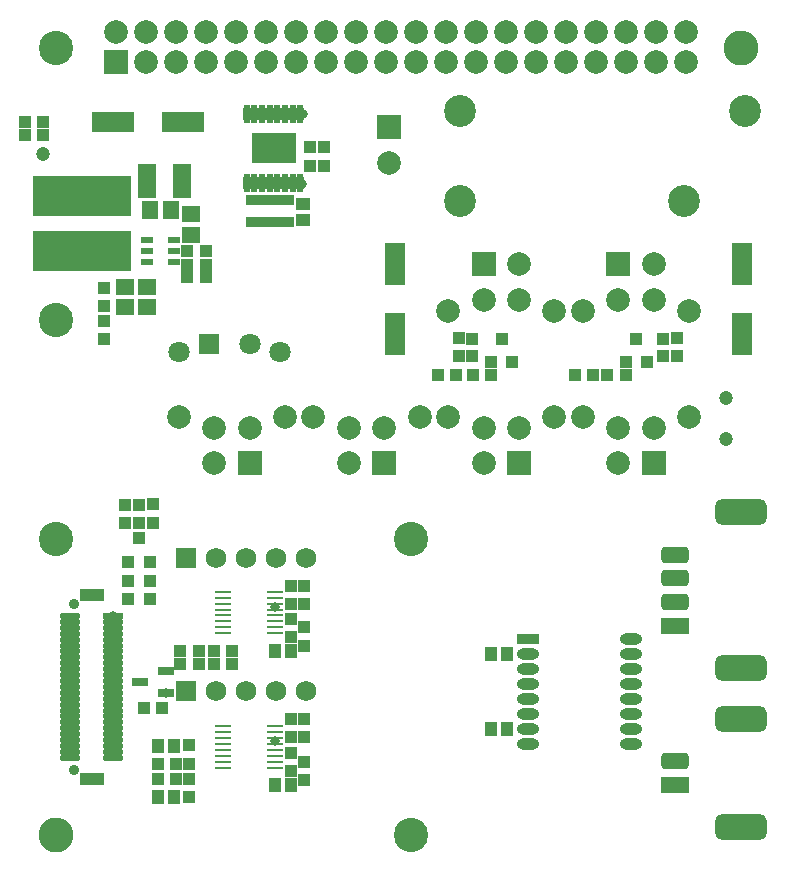
<source format=gts>
G04*
G04 #@! TF.GenerationSoftware,Altium Limited,Altium Designer,20.0.11 (256)*
G04*
G04 Layer_Color=8388736*
%FSLAX25Y25*%
%MOIN*%
G70*
G01*
G75*
%ADD39R,0.05456X0.00943*%
%ADD40O,0.05456X0.00943*%
%ADD46R,0.14776X0.10485*%
%ADD47O,0.02572X0.06312*%
%ADD48R,0.05918X0.11430*%
%ADD49R,0.05328X0.03162*%
%ADD50R,0.03950X0.03950*%
%ADD51R,0.03950X0.03950*%
%ADD52R,0.04143X0.04537*%
%ADD53R,0.04537X0.04143*%
%ADD54R,0.05328X0.06312*%
%ADD55R,0.06312X0.05328*%
%ADD56R,0.04147X0.04147*%
%ADD57R,0.04147X0.04147*%
%ADD58R,0.02200X0.03800*%
%ADD59R,0.06902X0.14383*%
%ADD60R,0.14383X0.06902*%
G04:AMPARAMS|DCode=61|XSize=86.74mil|YSize=173.35mil|CornerRadius=23.68mil|HoleSize=0mil|Usage=FLASHONLY|Rotation=90.000|XOffset=0mil|YOffset=0mil|HoleType=Round|Shape=RoundedRectangle|*
%AMROUNDEDRECTD61*
21,1,0.08674,0.12598,0,0,90.0*
21,1,0.03937,0.17335,0,0,90.0*
1,1,0.04737,0.06299,0.01968*
1,1,0.04737,0.06299,-0.01968*
1,1,0.04737,-0.06299,-0.01968*
1,1,0.04737,-0.06299,0.01968*
%
%ADD61ROUNDEDRECTD61*%
G04:AMPARAMS|DCode=62|XSize=55.24mil|YSize=94.61mil|CornerRadius=15.81mil|HoleSize=0mil|Usage=FLASHONLY|Rotation=90.000|XOffset=0mil|YOffset=0mil|HoleType=Round|Shape=RoundedRectangle|*
%AMROUNDEDRECTD62*
21,1,0.05524,0.06299,0,0,90.0*
21,1,0.02362,0.09461,0,0,90.0*
1,1,0.03162,0.03150,0.01181*
1,1,0.03162,0.03150,-0.01181*
1,1,0.03162,-0.03150,-0.01181*
1,1,0.03162,-0.03150,0.01181*
%
%ADD62ROUNDEDRECTD62*%
%ADD63R,0.09461X0.05524*%
%ADD64R,0.07887X0.03950*%
%ADD65R,0.07099X0.01981*%
%ADD66O,0.07099X0.01981*%
%ADD67R,0.04147X0.02178*%
%ADD68O,0.07493X0.03792*%
%ADD69R,0.07493X0.03792*%
%ADD70R,0.33084X0.13792*%
%ADD71R,0.03950X0.04343*%
%ADD72C,0.04737*%
%ADD73C,0.07887*%
%ADD74R,0.07887X0.07887*%
%ADD75C,0.10642*%
%ADD76R,0.07099X0.07099*%
%ADD77C,0.07099*%
%ADD78C,0.06800*%
%ADD79R,0.06800X0.06800*%
%ADD80C,0.03556*%
%ADD81C,0.11430*%
%ADD82C,0.11627*%
%ADD83C,0.03162*%
D39*
X65534Y90753D02*
D03*
X65503Y45970D02*
D03*
D40*
X65534Y88783D02*
D03*
Y86813D02*
D03*
Y84843D02*
D03*
Y82873D02*
D03*
Y80903D02*
D03*
Y78933D02*
D03*
Y76963D02*
D03*
X82734D02*
D03*
Y78933D02*
D03*
Y80903D02*
D03*
Y82873D02*
D03*
Y84843D02*
D03*
Y86813D02*
D03*
Y88783D02*
D03*
Y90753D02*
D03*
X65503Y44000D02*
D03*
Y42030D02*
D03*
Y40060D02*
D03*
Y38090D02*
D03*
Y36120D02*
D03*
Y34150D02*
D03*
Y32180D02*
D03*
X82703D02*
D03*
Y34150D02*
D03*
Y36120D02*
D03*
Y38090D02*
D03*
Y40060D02*
D03*
Y42030D02*
D03*
Y44000D02*
D03*
Y45970D02*
D03*
D46*
X82284Y238582D02*
D03*
D47*
X91241Y250196D02*
D03*
X88682D02*
D03*
X86123D02*
D03*
X83564D02*
D03*
X81004D02*
D03*
X78445D02*
D03*
X75886D02*
D03*
X73327D02*
D03*
X91241Y226968D02*
D03*
X88682D02*
D03*
X86123D02*
D03*
X83564D02*
D03*
X81004D02*
D03*
X78445D02*
D03*
X75886D02*
D03*
X73327D02*
D03*
D48*
X51673Y227558D02*
D03*
X40256D02*
D03*
D49*
X37697Y60630D02*
D03*
X46555Y64370D02*
D03*
Y56890D02*
D03*
D50*
X25630Y175005D02*
D03*
Y180910D02*
D03*
X37441Y113845D02*
D03*
Y119750D02*
D03*
X148425Y169291D02*
D03*
Y175197D02*
D03*
X212205D02*
D03*
Y169291D02*
D03*
D51*
X5369Y242953D02*
D03*
X-537D02*
D03*
D52*
X49016Y39370D02*
D03*
X43701D02*
D03*
X49016Y22404D02*
D03*
X43701D02*
D03*
X154823Y69980D02*
D03*
X160138D02*
D03*
X82734Y71063D02*
D03*
X88049D02*
D03*
X154823Y44980D02*
D03*
X160138D02*
D03*
X82703Y26476D02*
D03*
X88018D02*
D03*
D53*
X92146Y214758D02*
D03*
Y220073D02*
D03*
D54*
X47933Y218109D02*
D03*
X41043D02*
D03*
D55*
X54626Y216633D02*
D03*
Y209743D02*
D03*
X40256Y185623D02*
D03*
Y192512D02*
D03*
X32672Y185623D02*
D03*
Y192512D02*
D03*
D56*
X5512Y247244D02*
D03*
X-591D02*
D03*
X39075Y51968D02*
D03*
X45177D02*
D03*
X49803Y33465D02*
D03*
X43701D02*
D03*
X49803Y28507D02*
D03*
X43701D02*
D03*
X154724Y162992D02*
D03*
X148622D02*
D03*
X193504D02*
D03*
X199606D02*
D03*
X137106D02*
D03*
X143209D02*
D03*
X188780D02*
D03*
X182678D02*
D03*
X51220Y66535D02*
D03*
X57322D02*
D03*
X62323D02*
D03*
X68425D02*
D03*
X51220Y71063D02*
D03*
X57322D02*
D03*
X62323D02*
D03*
X68425D02*
D03*
X53543Y199782D02*
D03*
X59646D02*
D03*
Y195570D02*
D03*
X53543D02*
D03*
Y204329D02*
D03*
X59646D02*
D03*
D57*
X42126Y119882D02*
D03*
Y113779D02*
D03*
X54232Y39567D02*
D03*
Y33465D02*
D03*
Y22404D02*
D03*
Y28507D02*
D03*
X32672Y113702D02*
D03*
Y119804D02*
D03*
X40945Y88287D02*
D03*
Y94390D02*
D03*
X33858D02*
D03*
Y88287D02*
D03*
X144105Y169291D02*
D03*
Y175394D02*
D03*
X216627D02*
D03*
Y169291D02*
D03*
X98975Y232774D02*
D03*
Y238877D02*
D03*
X94504D02*
D03*
Y232774D02*
D03*
X92346Y72834D02*
D03*
Y78937D02*
D03*
X88049Y75708D02*
D03*
Y81811D02*
D03*
X92346Y92650D02*
D03*
Y86548D02*
D03*
X88049D02*
D03*
Y92650D02*
D03*
X92315Y28047D02*
D03*
Y34150D02*
D03*
X88018Y30925D02*
D03*
Y37027D02*
D03*
X92315Y48327D02*
D03*
Y42224D02*
D03*
X88018D02*
D03*
Y48327D02*
D03*
X25591Y192119D02*
D03*
Y186016D02*
D03*
D58*
X74123Y213959D02*
D03*
X76122D02*
D03*
X78123D02*
D03*
X80123D02*
D03*
X82122D02*
D03*
X84123D02*
D03*
X86123D02*
D03*
X88122D02*
D03*
Y221259D02*
D03*
X86123D02*
D03*
X84123D02*
D03*
X82122D02*
D03*
X80123D02*
D03*
X78123D02*
D03*
X76122D02*
D03*
X74123D02*
D03*
D59*
X122835Y176772D02*
D03*
Y200000D02*
D03*
X238583Y176772D02*
D03*
Y200000D02*
D03*
D60*
X28740Y247243D02*
D03*
X51969D02*
D03*
D61*
X238189Y117323D02*
D03*
Y65354D02*
D03*
Y48425D02*
D03*
Y12205D02*
D03*
D62*
X216220Y103150D02*
D03*
Y95276D02*
D03*
Y87402D02*
D03*
Y34252D02*
D03*
D63*
Y79527D02*
D03*
Y26378D02*
D03*
D64*
X21654Y28346D02*
D03*
Y89764D02*
D03*
D65*
X28740Y82677D02*
D03*
D66*
Y80708D02*
D03*
Y78740D02*
D03*
Y76771D02*
D03*
Y74803D02*
D03*
Y72834D02*
D03*
Y70866D02*
D03*
Y68897D02*
D03*
Y66929D02*
D03*
Y64960D02*
D03*
Y62992D02*
D03*
Y61023D02*
D03*
Y59055D02*
D03*
Y57086D02*
D03*
Y55118D02*
D03*
Y53149D02*
D03*
Y51181D02*
D03*
Y49213D02*
D03*
Y47244D02*
D03*
Y45276D02*
D03*
Y43307D02*
D03*
Y41339D02*
D03*
Y39370D02*
D03*
Y37402D02*
D03*
Y35433D02*
D03*
X14567D02*
D03*
Y37402D02*
D03*
Y39370D02*
D03*
Y41339D02*
D03*
Y43307D02*
D03*
Y45276D02*
D03*
Y47244D02*
D03*
Y49213D02*
D03*
Y51181D02*
D03*
Y53149D02*
D03*
Y55118D02*
D03*
Y57086D02*
D03*
Y59055D02*
D03*
Y61023D02*
D03*
Y62992D02*
D03*
Y64960D02*
D03*
Y66929D02*
D03*
Y68897D02*
D03*
Y70866D02*
D03*
Y72834D02*
D03*
Y74803D02*
D03*
Y76771D02*
D03*
Y78740D02*
D03*
Y80708D02*
D03*
Y82677D02*
D03*
D67*
X40256Y208069D02*
D03*
Y204329D02*
D03*
Y200589D02*
D03*
X49114D02*
D03*
Y204329D02*
D03*
Y208069D02*
D03*
D68*
X201476Y49980D02*
D03*
Y74980D02*
D03*
X167028Y69980D02*
D03*
Y64980D02*
D03*
Y59980D02*
D03*
Y54980D02*
D03*
Y49980D02*
D03*
Y44980D02*
D03*
Y39980D02*
D03*
X201476Y69980D02*
D03*
Y64980D02*
D03*
Y59980D02*
D03*
Y54980D02*
D03*
Y44980D02*
D03*
Y39980D02*
D03*
D69*
X167028Y74980D02*
D03*
D70*
X18588Y222833D02*
D03*
Y204329D02*
D03*
D71*
X37402Y108661D02*
D03*
X40945Y100787D02*
D03*
X33858D02*
D03*
X154724Y167323D02*
D03*
X161811D02*
D03*
X158268Y175197D02*
D03*
X203150D02*
D03*
X206693Y167323D02*
D03*
X199606D02*
D03*
D72*
X233241Y155442D02*
D03*
X5512Y236614D02*
D03*
X233240Y141656D02*
D03*
D73*
X220863Y184490D02*
D03*
X209052Y188190D02*
D03*
X197241D02*
D03*
X185430Y184490D02*
D03*
X209052Y200001D02*
D03*
X164086Y199908D02*
D03*
X140464Y184396D02*
D03*
X152276Y188097D02*
D03*
X164086D02*
D03*
X175898Y184396D02*
D03*
X50690Y149076D02*
D03*
X62501Y145376D02*
D03*
X74313D02*
D03*
X86124Y149076D02*
D03*
X62501Y133564D02*
D03*
X107383D02*
D03*
X131005Y149076D02*
D03*
X119194Y145376D02*
D03*
X107383D02*
D03*
X95572Y149076D02*
D03*
X140454D02*
D03*
X152265Y145376D02*
D03*
X164076D02*
D03*
X175887Y149076D02*
D03*
X152265Y133564D02*
D03*
X197147D02*
D03*
X220769Y149076D02*
D03*
X208958Y145376D02*
D03*
X197147D02*
D03*
X185336Y149076D02*
D03*
X120867Y233857D02*
D03*
X29605Y277323D02*
D03*
X39605Y267323D02*
D03*
Y277323D02*
D03*
X49605Y267323D02*
D03*
Y277323D02*
D03*
X59605Y267323D02*
D03*
Y277323D02*
D03*
X69605Y267323D02*
D03*
Y277323D02*
D03*
X79605Y267323D02*
D03*
Y277323D02*
D03*
X89605Y267323D02*
D03*
Y277323D02*
D03*
X99605Y267323D02*
D03*
Y277323D02*
D03*
X109605Y267323D02*
D03*
Y277323D02*
D03*
X119605Y267323D02*
D03*
Y277323D02*
D03*
X129605Y267323D02*
D03*
Y277323D02*
D03*
X139605Y267323D02*
D03*
Y277323D02*
D03*
X149605Y267323D02*
D03*
Y277323D02*
D03*
X159605Y267323D02*
D03*
Y277323D02*
D03*
X169605Y267323D02*
D03*
Y277323D02*
D03*
X179605Y267323D02*
D03*
Y277323D02*
D03*
X189605Y267323D02*
D03*
Y277323D02*
D03*
X199605Y267323D02*
D03*
Y277323D02*
D03*
X209605Y267323D02*
D03*
Y277323D02*
D03*
X219605Y267323D02*
D03*
Y277323D02*
D03*
D74*
X197241Y200001D02*
D03*
X152276Y199908D02*
D03*
X74313Y133564D02*
D03*
X119194D02*
D03*
X164076D02*
D03*
X208958D02*
D03*
X120867Y245668D02*
D03*
X29605Y267323D02*
D03*
D75*
X144403Y220904D02*
D03*
Y250904D02*
D03*
X239284D02*
D03*
X219206Y220904D02*
D03*
D76*
X60731Y173228D02*
D03*
D77*
X74511D02*
D03*
X50889Y170748D02*
D03*
X84353D02*
D03*
D78*
X93150Y101969D02*
D03*
X83150D02*
D03*
X73150D02*
D03*
X63150D02*
D03*
X93119Y57579D02*
D03*
X83119D02*
D03*
X73119D02*
D03*
X63119D02*
D03*
D79*
X53150Y101969D02*
D03*
X53119Y57579D02*
D03*
D80*
X15748Y31299D02*
D03*
Y86811D02*
D03*
D81*
X9841Y272047D02*
D03*
X9843Y181495D02*
D03*
X9843Y108268D02*
D03*
X127953D02*
D03*
Y9843D02*
D03*
D82*
X238187Y272047D02*
D03*
X9843Y9843D02*
D03*
D83*
X86615Y240747D02*
D03*
Y236416D02*
D03*
X82284Y240747D02*
D03*
Y236416D02*
D03*
X77953Y240747D02*
D03*
Y236416D02*
D03*
X45276Y51968D02*
D03*
X91732Y226772D02*
D03*
X238583Y182148D02*
D03*
Y171260D02*
D03*
X122835Y176772D02*
D03*
X206693Y167323D02*
D03*
X161811D02*
D03*
X137106Y162992D02*
D03*
X182678D02*
D03*
X216220Y95276D02*
D03*
X82703Y26476D02*
D03*
X92315Y48327D02*
D03*
X82677Y85827D02*
D03*
Y40945D02*
D03*
X92346Y92650D02*
D03*
X82734Y71063D02*
D03*
X51121D02*
D03*
X51220Y66535D02*
D03*
X46555Y56890D02*
D03*
X49016Y22404D02*
D03*
Y39370D02*
D03*
X28740Y80315D02*
D03*
X28740Y82674D02*
D03*
X48819Y216535D02*
D03*
X51987Y247262D02*
D03*
X51673Y227558D02*
D03*
X59646Y204329D02*
D03*
X40256Y185623D02*
D03*
X32672D02*
D03*
X25630Y175005D02*
D03*
X40945Y100787D02*
D03*
Y94390D02*
D03*
X92053Y250196D02*
D03*
X98975Y232774D02*
D03*
X92146Y214758D02*
D03*
X5369Y242953D02*
D03*
X54232Y33465D02*
D03*
Y28605D02*
D03*
X53543Y204329D02*
D03*
X154823Y69980D02*
D03*
Y44980D02*
D03*
M02*

</source>
